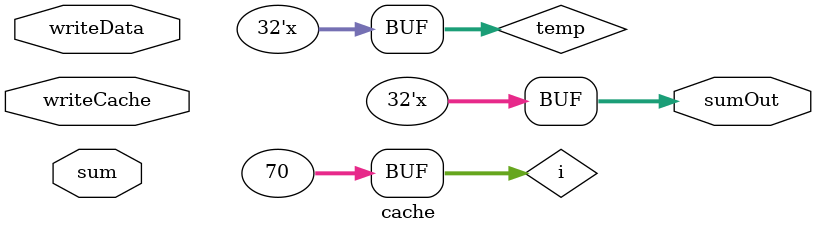
<source format=v>
`timescale 1ns / 1ps

module cache(writeData, writeCache, sum, sumOut);
    
    input [31:0] writeData;
    input sum, writeCache;
    
    output reg [31:0] sumOut;
    
    integer i, j;
    
    reg [31:0] UofACache [69:0];
    reg [5:0] position;
    
    //Initialize everything to zero
    initial begin
        position = 0;
        for (i = 0; i < 70; i = i + 1) begin
        
            UofACache[i] <= 0;
        end
        
    end
    
    reg [31:0] temp;
    
    always @(writeCache, sum) begin
       
       if (writeCache == 1) begin
            UofACache[position] = writeData;
            position = position + 1;
        
       end
       
       if (sum == 1) begin
            
            //Reset temp
            temp = 0;
            
            //Compute sumOut
            for (j = 0; j < 70; j = j + 1) begin
                
               temp = temp + UofACache[j]; 
               
               //CLear Cache
               //UofACache[j] = 0;
               
            end
            
            sumOut = temp;
            
            for (j = 0; j < 70; j = j + 1) begin
                
               //temp = temp + UofACache[j]; 
               
               //CLear Cache
               UofACache[j] = 0;
               
            end
            position = 0;
         end
    end
    
endmodule













</source>
